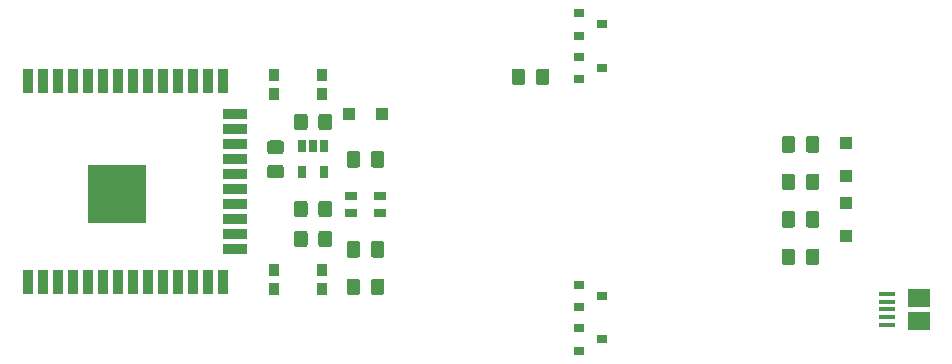
<source format=gbr>
G04 #@! TF.GenerationSoftware,KiCad,Pcbnew,(5.1.5-0-10_14)*
G04 #@! TF.CreationDate,2020-04-02T23:07:03-05:00*
G04 #@! TF.ProjectId,kbxIrBlaster,6b627849-7242-46c6-9173-7465722e6b69,rev?*
G04 #@! TF.SameCoordinates,Original*
G04 #@! TF.FileFunction,Paste,Top*
G04 #@! TF.FilePolarity,Positive*
%FSLAX46Y46*%
G04 Gerber Fmt 4.6, Leading zero omitted, Abs format (unit mm)*
G04 Created by KiCad (PCBNEW (5.1.5-0-10_14)) date 2020-04-02 23:07:03*
%MOMM*%
%LPD*%
G04 APERTURE LIST*
%ADD10R,0.900000X2.000000*%
%ADD11R,2.000000X0.900000*%
%ADD12R,5.000000X5.000000*%
%ADD13R,0.900000X0.800000*%
%ADD14R,1.000000X0.800000*%
%ADD15C,0.100000*%
%ADD16R,0.650000X1.060000*%
%ADD17R,0.900000X1.000000*%
%ADD18R,1.900000X1.500000*%
%ADD19R,1.350000X0.400000*%
%ADD20R,1.100000X1.100000*%
G04 APERTURE END LIST*
D10*
X121285000Y-72145000D03*
X122555000Y-72145000D03*
X123825000Y-72145000D03*
X125095000Y-72145000D03*
X126365000Y-72145000D03*
X127635000Y-72145000D03*
X128905000Y-72145000D03*
X130175000Y-72145000D03*
X131445000Y-72145000D03*
X132715000Y-72145000D03*
X133985000Y-72145000D03*
X135255000Y-72145000D03*
X136525000Y-72145000D03*
X137795000Y-72145000D03*
D11*
X138795000Y-74930000D03*
X138795000Y-76200000D03*
X138795000Y-77470000D03*
X138795000Y-78740000D03*
X138795000Y-80010000D03*
X138795000Y-81280000D03*
X138795000Y-82550000D03*
X138795000Y-83820000D03*
X138795000Y-85090000D03*
X138795000Y-86360000D03*
D10*
X137795000Y-89145000D03*
X136525000Y-89145000D03*
X135255000Y-89145000D03*
X133985000Y-89145000D03*
X132715000Y-89145000D03*
X131445000Y-89145000D03*
X130175000Y-89145000D03*
X128905000Y-89145000D03*
X127635000Y-89145000D03*
X126365000Y-89145000D03*
X125095000Y-89145000D03*
X123825000Y-89145000D03*
X122555000Y-89145000D03*
X121285000Y-89145000D03*
D12*
X128785000Y-81645000D03*
D13*
X169910000Y-70993000D03*
X167910000Y-71943000D03*
X167910000Y-70043000D03*
D14*
X148610000Y-81850000D03*
X151110000Y-81850000D03*
X151110000Y-83250000D03*
X148610000Y-83250000D03*
D13*
X169910000Y-90297000D03*
X167910000Y-91247000D03*
X167910000Y-89347000D03*
D15*
G36*
X186014505Y-76771204D02*
G01*
X186038773Y-76774804D01*
X186062572Y-76780765D01*
X186085671Y-76789030D01*
X186107850Y-76799520D01*
X186128893Y-76812132D01*
X186148599Y-76826747D01*
X186166777Y-76843223D01*
X186183253Y-76861401D01*
X186197868Y-76881107D01*
X186210480Y-76902150D01*
X186220970Y-76924329D01*
X186229235Y-76947428D01*
X186235196Y-76971227D01*
X186238796Y-76995495D01*
X186240000Y-77019999D01*
X186240000Y-77920001D01*
X186238796Y-77944505D01*
X186235196Y-77968773D01*
X186229235Y-77992572D01*
X186220970Y-78015671D01*
X186210480Y-78037850D01*
X186197868Y-78058893D01*
X186183253Y-78078599D01*
X186166777Y-78096777D01*
X186148599Y-78113253D01*
X186128893Y-78127868D01*
X186107850Y-78140480D01*
X186085671Y-78150970D01*
X186062572Y-78159235D01*
X186038773Y-78165196D01*
X186014505Y-78168796D01*
X185990001Y-78170000D01*
X185339999Y-78170000D01*
X185315495Y-78168796D01*
X185291227Y-78165196D01*
X185267428Y-78159235D01*
X185244329Y-78150970D01*
X185222150Y-78140480D01*
X185201107Y-78127868D01*
X185181401Y-78113253D01*
X185163223Y-78096777D01*
X185146747Y-78078599D01*
X185132132Y-78058893D01*
X185119520Y-78037850D01*
X185109030Y-78015671D01*
X185100765Y-77992572D01*
X185094804Y-77968773D01*
X185091204Y-77944505D01*
X185090000Y-77920001D01*
X185090000Y-77019999D01*
X185091204Y-76995495D01*
X185094804Y-76971227D01*
X185100765Y-76947428D01*
X185109030Y-76924329D01*
X185119520Y-76902150D01*
X185132132Y-76881107D01*
X185146747Y-76861401D01*
X185163223Y-76843223D01*
X185181401Y-76826747D01*
X185201107Y-76812132D01*
X185222150Y-76799520D01*
X185244329Y-76789030D01*
X185267428Y-76780765D01*
X185291227Y-76774804D01*
X185315495Y-76771204D01*
X185339999Y-76770000D01*
X185990001Y-76770000D01*
X186014505Y-76771204D01*
G37*
G36*
X188064505Y-76771204D02*
G01*
X188088773Y-76774804D01*
X188112572Y-76780765D01*
X188135671Y-76789030D01*
X188157850Y-76799520D01*
X188178893Y-76812132D01*
X188198599Y-76826747D01*
X188216777Y-76843223D01*
X188233253Y-76861401D01*
X188247868Y-76881107D01*
X188260480Y-76902150D01*
X188270970Y-76924329D01*
X188279235Y-76947428D01*
X188285196Y-76971227D01*
X188288796Y-76995495D01*
X188290000Y-77019999D01*
X188290000Y-77920001D01*
X188288796Y-77944505D01*
X188285196Y-77968773D01*
X188279235Y-77992572D01*
X188270970Y-78015671D01*
X188260480Y-78037850D01*
X188247868Y-78058893D01*
X188233253Y-78078599D01*
X188216777Y-78096777D01*
X188198599Y-78113253D01*
X188178893Y-78127868D01*
X188157850Y-78140480D01*
X188135671Y-78150970D01*
X188112572Y-78159235D01*
X188088773Y-78165196D01*
X188064505Y-78168796D01*
X188040001Y-78170000D01*
X187389999Y-78170000D01*
X187365495Y-78168796D01*
X187341227Y-78165196D01*
X187317428Y-78159235D01*
X187294329Y-78150970D01*
X187272150Y-78140480D01*
X187251107Y-78127868D01*
X187231401Y-78113253D01*
X187213223Y-78096777D01*
X187196747Y-78078599D01*
X187182132Y-78058893D01*
X187169520Y-78037850D01*
X187159030Y-78015671D01*
X187150765Y-77992572D01*
X187144804Y-77968773D01*
X187141204Y-77944505D01*
X187140000Y-77920001D01*
X187140000Y-77019999D01*
X187141204Y-76995495D01*
X187144804Y-76971227D01*
X187150765Y-76947428D01*
X187159030Y-76924329D01*
X187169520Y-76902150D01*
X187182132Y-76881107D01*
X187196747Y-76861401D01*
X187213223Y-76843223D01*
X187231401Y-76826747D01*
X187251107Y-76812132D01*
X187272150Y-76799520D01*
X187294329Y-76789030D01*
X187317428Y-76780765D01*
X187341227Y-76774804D01*
X187365495Y-76771204D01*
X187389999Y-76770000D01*
X188040001Y-76770000D01*
X188064505Y-76771204D01*
G37*
G36*
X186014505Y-79946204D02*
G01*
X186038773Y-79949804D01*
X186062572Y-79955765D01*
X186085671Y-79964030D01*
X186107850Y-79974520D01*
X186128893Y-79987132D01*
X186148599Y-80001747D01*
X186166777Y-80018223D01*
X186183253Y-80036401D01*
X186197868Y-80056107D01*
X186210480Y-80077150D01*
X186220970Y-80099329D01*
X186229235Y-80122428D01*
X186235196Y-80146227D01*
X186238796Y-80170495D01*
X186240000Y-80194999D01*
X186240000Y-81095001D01*
X186238796Y-81119505D01*
X186235196Y-81143773D01*
X186229235Y-81167572D01*
X186220970Y-81190671D01*
X186210480Y-81212850D01*
X186197868Y-81233893D01*
X186183253Y-81253599D01*
X186166777Y-81271777D01*
X186148599Y-81288253D01*
X186128893Y-81302868D01*
X186107850Y-81315480D01*
X186085671Y-81325970D01*
X186062572Y-81334235D01*
X186038773Y-81340196D01*
X186014505Y-81343796D01*
X185990001Y-81345000D01*
X185339999Y-81345000D01*
X185315495Y-81343796D01*
X185291227Y-81340196D01*
X185267428Y-81334235D01*
X185244329Y-81325970D01*
X185222150Y-81315480D01*
X185201107Y-81302868D01*
X185181401Y-81288253D01*
X185163223Y-81271777D01*
X185146747Y-81253599D01*
X185132132Y-81233893D01*
X185119520Y-81212850D01*
X185109030Y-81190671D01*
X185100765Y-81167572D01*
X185094804Y-81143773D01*
X185091204Y-81119505D01*
X185090000Y-81095001D01*
X185090000Y-80194999D01*
X185091204Y-80170495D01*
X185094804Y-80146227D01*
X185100765Y-80122428D01*
X185109030Y-80099329D01*
X185119520Y-80077150D01*
X185132132Y-80056107D01*
X185146747Y-80036401D01*
X185163223Y-80018223D01*
X185181401Y-80001747D01*
X185201107Y-79987132D01*
X185222150Y-79974520D01*
X185244329Y-79964030D01*
X185267428Y-79955765D01*
X185291227Y-79949804D01*
X185315495Y-79946204D01*
X185339999Y-79945000D01*
X185990001Y-79945000D01*
X186014505Y-79946204D01*
G37*
G36*
X188064505Y-79946204D02*
G01*
X188088773Y-79949804D01*
X188112572Y-79955765D01*
X188135671Y-79964030D01*
X188157850Y-79974520D01*
X188178893Y-79987132D01*
X188198599Y-80001747D01*
X188216777Y-80018223D01*
X188233253Y-80036401D01*
X188247868Y-80056107D01*
X188260480Y-80077150D01*
X188270970Y-80099329D01*
X188279235Y-80122428D01*
X188285196Y-80146227D01*
X188288796Y-80170495D01*
X188290000Y-80194999D01*
X188290000Y-81095001D01*
X188288796Y-81119505D01*
X188285196Y-81143773D01*
X188279235Y-81167572D01*
X188270970Y-81190671D01*
X188260480Y-81212850D01*
X188247868Y-81233893D01*
X188233253Y-81253599D01*
X188216777Y-81271777D01*
X188198599Y-81288253D01*
X188178893Y-81302868D01*
X188157850Y-81315480D01*
X188135671Y-81325970D01*
X188112572Y-81334235D01*
X188088773Y-81340196D01*
X188064505Y-81343796D01*
X188040001Y-81345000D01*
X187389999Y-81345000D01*
X187365495Y-81343796D01*
X187341227Y-81340196D01*
X187317428Y-81334235D01*
X187294329Y-81325970D01*
X187272150Y-81315480D01*
X187251107Y-81302868D01*
X187231401Y-81288253D01*
X187213223Y-81271777D01*
X187196747Y-81253599D01*
X187182132Y-81233893D01*
X187169520Y-81212850D01*
X187159030Y-81190671D01*
X187150765Y-81167572D01*
X187144804Y-81143773D01*
X187141204Y-81119505D01*
X187140000Y-81095001D01*
X187140000Y-80194999D01*
X187141204Y-80170495D01*
X187144804Y-80146227D01*
X187150765Y-80122428D01*
X187159030Y-80099329D01*
X187169520Y-80077150D01*
X187182132Y-80056107D01*
X187196747Y-80036401D01*
X187213223Y-80018223D01*
X187231401Y-80001747D01*
X187251107Y-79987132D01*
X187272150Y-79974520D01*
X187294329Y-79964030D01*
X187317428Y-79955765D01*
X187341227Y-79949804D01*
X187365495Y-79946204D01*
X187389999Y-79945000D01*
X188040001Y-79945000D01*
X188064505Y-79946204D01*
G37*
D13*
X169910000Y-67310000D03*
X167910000Y-68260000D03*
X167910000Y-66360000D03*
D16*
X146365000Y-79840000D03*
X144465000Y-79840000D03*
X144465000Y-77640000D03*
X145415000Y-77640000D03*
X146365000Y-77640000D03*
D17*
X146195000Y-73190000D03*
X146195000Y-71590000D03*
X142095000Y-73190000D03*
X142095000Y-71590000D03*
X142095000Y-88100000D03*
X142095000Y-89700000D03*
X146195000Y-88100000D03*
X146195000Y-89700000D03*
D15*
G36*
X149184505Y-88836204D02*
G01*
X149208773Y-88839804D01*
X149232572Y-88845765D01*
X149255671Y-88854030D01*
X149277850Y-88864520D01*
X149298893Y-88877132D01*
X149318599Y-88891747D01*
X149336777Y-88908223D01*
X149353253Y-88926401D01*
X149367868Y-88946107D01*
X149380480Y-88967150D01*
X149390970Y-88989329D01*
X149399235Y-89012428D01*
X149405196Y-89036227D01*
X149408796Y-89060495D01*
X149410000Y-89084999D01*
X149410000Y-89985001D01*
X149408796Y-90009505D01*
X149405196Y-90033773D01*
X149399235Y-90057572D01*
X149390970Y-90080671D01*
X149380480Y-90102850D01*
X149367868Y-90123893D01*
X149353253Y-90143599D01*
X149336777Y-90161777D01*
X149318599Y-90178253D01*
X149298893Y-90192868D01*
X149277850Y-90205480D01*
X149255671Y-90215970D01*
X149232572Y-90224235D01*
X149208773Y-90230196D01*
X149184505Y-90233796D01*
X149160001Y-90235000D01*
X148509999Y-90235000D01*
X148485495Y-90233796D01*
X148461227Y-90230196D01*
X148437428Y-90224235D01*
X148414329Y-90215970D01*
X148392150Y-90205480D01*
X148371107Y-90192868D01*
X148351401Y-90178253D01*
X148333223Y-90161777D01*
X148316747Y-90143599D01*
X148302132Y-90123893D01*
X148289520Y-90102850D01*
X148279030Y-90080671D01*
X148270765Y-90057572D01*
X148264804Y-90033773D01*
X148261204Y-90009505D01*
X148260000Y-89985001D01*
X148260000Y-89084999D01*
X148261204Y-89060495D01*
X148264804Y-89036227D01*
X148270765Y-89012428D01*
X148279030Y-88989329D01*
X148289520Y-88967150D01*
X148302132Y-88946107D01*
X148316747Y-88926401D01*
X148333223Y-88908223D01*
X148351401Y-88891747D01*
X148371107Y-88877132D01*
X148392150Y-88864520D01*
X148414329Y-88854030D01*
X148437428Y-88845765D01*
X148461227Y-88839804D01*
X148485495Y-88836204D01*
X148509999Y-88835000D01*
X149160001Y-88835000D01*
X149184505Y-88836204D01*
G37*
G36*
X151234505Y-88836204D02*
G01*
X151258773Y-88839804D01*
X151282572Y-88845765D01*
X151305671Y-88854030D01*
X151327850Y-88864520D01*
X151348893Y-88877132D01*
X151368599Y-88891747D01*
X151386777Y-88908223D01*
X151403253Y-88926401D01*
X151417868Y-88946107D01*
X151430480Y-88967150D01*
X151440970Y-88989329D01*
X151449235Y-89012428D01*
X151455196Y-89036227D01*
X151458796Y-89060495D01*
X151460000Y-89084999D01*
X151460000Y-89985001D01*
X151458796Y-90009505D01*
X151455196Y-90033773D01*
X151449235Y-90057572D01*
X151440970Y-90080671D01*
X151430480Y-90102850D01*
X151417868Y-90123893D01*
X151403253Y-90143599D01*
X151386777Y-90161777D01*
X151368599Y-90178253D01*
X151348893Y-90192868D01*
X151327850Y-90205480D01*
X151305671Y-90215970D01*
X151282572Y-90224235D01*
X151258773Y-90230196D01*
X151234505Y-90233796D01*
X151210001Y-90235000D01*
X150559999Y-90235000D01*
X150535495Y-90233796D01*
X150511227Y-90230196D01*
X150487428Y-90224235D01*
X150464329Y-90215970D01*
X150442150Y-90205480D01*
X150421107Y-90192868D01*
X150401401Y-90178253D01*
X150383223Y-90161777D01*
X150366747Y-90143599D01*
X150352132Y-90123893D01*
X150339520Y-90102850D01*
X150329030Y-90080671D01*
X150320765Y-90057572D01*
X150314804Y-90033773D01*
X150311204Y-90009505D01*
X150310000Y-89985001D01*
X150310000Y-89084999D01*
X150311204Y-89060495D01*
X150314804Y-89036227D01*
X150320765Y-89012428D01*
X150329030Y-88989329D01*
X150339520Y-88967150D01*
X150352132Y-88946107D01*
X150366747Y-88926401D01*
X150383223Y-88908223D01*
X150401401Y-88891747D01*
X150421107Y-88877132D01*
X150442150Y-88864520D01*
X150464329Y-88854030D01*
X150487428Y-88845765D01*
X150511227Y-88839804D01*
X150535495Y-88836204D01*
X150559999Y-88835000D01*
X151210001Y-88835000D01*
X151234505Y-88836204D01*
G37*
G36*
X146789505Y-82232204D02*
G01*
X146813773Y-82235804D01*
X146837572Y-82241765D01*
X146860671Y-82250030D01*
X146882850Y-82260520D01*
X146903893Y-82273132D01*
X146923599Y-82287747D01*
X146941777Y-82304223D01*
X146958253Y-82322401D01*
X146972868Y-82342107D01*
X146985480Y-82363150D01*
X146995970Y-82385329D01*
X147004235Y-82408428D01*
X147010196Y-82432227D01*
X147013796Y-82456495D01*
X147015000Y-82480999D01*
X147015000Y-83381001D01*
X147013796Y-83405505D01*
X147010196Y-83429773D01*
X147004235Y-83453572D01*
X146995970Y-83476671D01*
X146985480Y-83498850D01*
X146972868Y-83519893D01*
X146958253Y-83539599D01*
X146941777Y-83557777D01*
X146923599Y-83574253D01*
X146903893Y-83588868D01*
X146882850Y-83601480D01*
X146860671Y-83611970D01*
X146837572Y-83620235D01*
X146813773Y-83626196D01*
X146789505Y-83629796D01*
X146765001Y-83631000D01*
X146114999Y-83631000D01*
X146090495Y-83629796D01*
X146066227Y-83626196D01*
X146042428Y-83620235D01*
X146019329Y-83611970D01*
X145997150Y-83601480D01*
X145976107Y-83588868D01*
X145956401Y-83574253D01*
X145938223Y-83557777D01*
X145921747Y-83539599D01*
X145907132Y-83519893D01*
X145894520Y-83498850D01*
X145884030Y-83476671D01*
X145875765Y-83453572D01*
X145869804Y-83429773D01*
X145866204Y-83405505D01*
X145865000Y-83381001D01*
X145865000Y-82480999D01*
X145866204Y-82456495D01*
X145869804Y-82432227D01*
X145875765Y-82408428D01*
X145884030Y-82385329D01*
X145894520Y-82363150D01*
X145907132Y-82342107D01*
X145921747Y-82322401D01*
X145938223Y-82304223D01*
X145956401Y-82287747D01*
X145976107Y-82273132D01*
X145997150Y-82260520D01*
X146019329Y-82250030D01*
X146042428Y-82241765D01*
X146066227Y-82235804D01*
X146090495Y-82232204D01*
X146114999Y-82231000D01*
X146765001Y-82231000D01*
X146789505Y-82232204D01*
G37*
G36*
X144739505Y-82232204D02*
G01*
X144763773Y-82235804D01*
X144787572Y-82241765D01*
X144810671Y-82250030D01*
X144832850Y-82260520D01*
X144853893Y-82273132D01*
X144873599Y-82287747D01*
X144891777Y-82304223D01*
X144908253Y-82322401D01*
X144922868Y-82342107D01*
X144935480Y-82363150D01*
X144945970Y-82385329D01*
X144954235Y-82408428D01*
X144960196Y-82432227D01*
X144963796Y-82456495D01*
X144965000Y-82480999D01*
X144965000Y-83381001D01*
X144963796Y-83405505D01*
X144960196Y-83429773D01*
X144954235Y-83453572D01*
X144945970Y-83476671D01*
X144935480Y-83498850D01*
X144922868Y-83519893D01*
X144908253Y-83539599D01*
X144891777Y-83557777D01*
X144873599Y-83574253D01*
X144853893Y-83588868D01*
X144832850Y-83601480D01*
X144810671Y-83611970D01*
X144787572Y-83620235D01*
X144763773Y-83626196D01*
X144739505Y-83629796D01*
X144715001Y-83631000D01*
X144064999Y-83631000D01*
X144040495Y-83629796D01*
X144016227Y-83626196D01*
X143992428Y-83620235D01*
X143969329Y-83611970D01*
X143947150Y-83601480D01*
X143926107Y-83588868D01*
X143906401Y-83574253D01*
X143888223Y-83557777D01*
X143871747Y-83539599D01*
X143857132Y-83519893D01*
X143844520Y-83498850D01*
X143834030Y-83476671D01*
X143825765Y-83453572D01*
X143819804Y-83429773D01*
X143816204Y-83405505D01*
X143815000Y-83381001D01*
X143815000Y-82480999D01*
X143816204Y-82456495D01*
X143819804Y-82432227D01*
X143825765Y-82408428D01*
X143834030Y-82385329D01*
X143844520Y-82363150D01*
X143857132Y-82342107D01*
X143871747Y-82322401D01*
X143888223Y-82304223D01*
X143906401Y-82287747D01*
X143926107Y-82273132D01*
X143947150Y-82260520D01*
X143969329Y-82250030D01*
X143992428Y-82241765D01*
X144016227Y-82235804D01*
X144040495Y-82232204D01*
X144064999Y-82231000D01*
X144715001Y-82231000D01*
X144739505Y-82232204D01*
G37*
G36*
X146789505Y-84772204D02*
G01*
X146813773Y-84775804D01*
X146837572Y-84781765D01*
X146860671Y-84790030D01*
X146882850Y-84800520D01*
X146903893Y-84813132D01*
X146923599Y-84827747D01*
X146941777Y-84844223D01*
X146958253Y-84862401D01*
X146972868Y-84882107D01*
X146985480Y-84903150D01*
X146995970Y-84925329D01*
X147004235Y-84948428D01*
X147010196Y-84972227D01*
X147013796Y-84996495D01*
X147015000Y-85020999D01*
X147015000Y-85921001D01*
X147013796Y-85945505D01*
X147010196Y-85969773D01*
X147004235Y-85993572D01*
X146995970Y-86016671D01*
X146985480Y-86038850D01*
X146972868Y-86059893D01*
X146958253Y-86079599D01*
X146941777Y-86097777D01*
X146923599Y-86114253D01*
X146903893Y-86128868D01*
X146882850Y-86141480D01*
X146860671Y-86151970D01*
X146837572Y-86160235D01*
X146813773Y-86166196D01*
X146789505Y-86169796D01*
X146765001Y-86171000D01*
X146114999Y-86171000D01*
X146090495Y-86169796D01*
X146066227Y-86166196D01*
X146042428Y-86160235D01*
X146019329Y-86151970D01*
X145997150Y-86141480D01*
X145976107Y-86128868D01*
X145956401Y-86114253D01*
X145938223Y-86097777D01*
X145921747Y-86079599D01*
X145907132Y-86059893D01*
X145894520Y-86038850D01*
X145884030Y-86016671D01*
X145875765Y-85993572D01*
X145869804Y-85969773D01*
X145866204Y-85945505D01*
X145865000Y-85921001D01*
X145865000Y-85020999D01*
X145866204Y-84996495D01*
X145869804Y-84972227D01*
X145875765Y-84948428D01*
X145884030Y-84925329D01*
X145894520Y-84903150D01*
X145907132Y-84882107D01*
X145921747Y-84862401D01*
X145938223Y-84844223D01*
X145956401Y-84827747D01*
X145976107Y-84813132D01*
X145997150Y-84800520D01*
X146019329Y-84790030D01*
X146042428Y-84781765D01*
X146066227Y-84775804D01*
X146090495Y-84772204D01*
X146114999Y-84771000D01*
X146765001Y-84771000D01*
X146789505Y-84772204D01*
G37*
G36*
X144739505Y-84772204D02*
G01*
X144763773Y-84775804D01*
X144787572Y-84781765D01*
X144810671Y-84790030D01*
X144832850Y-84800520D01*
X144853893Y-84813132D01*
X144873599Y-84827747D01*
X144891777Y-84844223D01*
X144908253Y-84862401D01*
X144922868Y-84882107D01*
X144935480Y-84903150D01*
X144945970Y-84925329D01*
X144954235Y-84948428D01*
X144960196Y-84972227D01*
X144963796Y-84996495D01*
X144965000Y-85020999D01*
X144965000Y-85921001D01*
X144963796Y-85945505D01*
X144960196Y-85969773D01*
X144954235Y-85993572D01*
X144945970Y-86016671D01*
X144935480Y-86038850D01*
X144922868Y-86059893D01*
X144908253Y-86079599D01*
X144891777Y-86097777D01*
X144873599Y-86114253D01*
X144853893Y-86128868D01*
X144832850Y-86141480D01*
X144810671Y-86151970D01*
X144787572Y-86160235D01*
X144763773Y-86166196D01*
X144739505Y-86169796D01*
X144715001Y-86171000D01*
X144064999Y-86171000D01*
X144040495Y-86169796D01*
X144016227Y-86166196D01*
X143992428Y-86160235D01*
X143969329Y-86151970D01*
X143947150Y-86141480D01*
X143926107Y-86128868D01*
X143906401Y-86114253D01*
X143888223Y-86097777D01*
X143871747Y-86079599D01*
X143857132Y-86059893D01*
X143844520Y-86038850D01*
X143834030Y-86016671D01*
X143825765Y-85993572D01*
X143819804Y-85969773D01*
X143816204Y-85945505D01*
X143815000Y-85921001D01*
X143815000Y-85020999D01*
X143816204Y-84996495D01*
X143819804Y-84972227D01*
X143825765Y-84948428D01*
X143834030Y-84925329D01*
X143844520Y-84903150D01*
X143857132Y-84882107D01*
X143871747Y-84862401D01*
X143888223Y-84844223D01*
X143906401Y-84827747D01*
X143926107Y-84813132D01*
X143947150Y-84800520D01*
X143969329Y-84790030D01*
X143992428Y-84781765D01*
X144016227Y-84775804D01*
X144040495Y-84772204D01*
X144064999Y-84771000D01*
X144715001Y-84771000D01*
X144739505Y-84772204D01*
G37*
G36*
X186014505Y-83121204D02*
G01*
X186038773Y-83124804D01*
X186062572Y-83130765D01*
X186085671Y-83139030D01*
X186107850Y-83149520D01*
X186128893Y-83162132D01*
X186148599Y-83176747D01*
X186166777Y-83193223D01*
X186183253Y-83211401D01*
X186197868Y-83231107D01*
X186210480Y-83252150D01*
X186220970Y-83274329D01*
X186229235Y-83297428D01*
X186235196Y-83321227D01*
X186238796Y-83345495D01*
X186240000Y-83369999D01*
X186240000Y-84270001D01*
X186238796Y-84294505D01*
X186235196Y-84318773D01*
X186229235Y-84342572D01*
X186220970Y-84365671D01*
X186210480Y-84387850D01*
X186197868Y-84408893D01*
X186183253Y-84428599D01*
X186166777Y-84446777D01*
X186148599Y-84463253D01*
X186128893Y-84477868D01*
X186107850Y-84490480D01*
X186085671Y-84500970D01*
X186062572Y-84509235D01*
X186038773Y-84515196D01*
X186014505Y-84518796D01*
X185990001Y-84520000D01*
X185339999Y-84520000D01*
X185315495Y-84518796D01*
X185291227Y-84515196D01*
X185267428Y-84509235D01*
X185244329Y-84500970D01*
X185222150Y-84490480D01*
X185201107Y-84477868D01*
X185181401Y-84463253D01*
X185163223Y-84446777D01*
X185146747Y-84428599D01*
X185132132Y-84408893D01*
X185119520Y-84387850D01*
X185109030Y-84365671D01*
X185100765Y-84342572D01*
X185094804Y-84318773D01*
X185091204Y-84294505D01*
X185090000Y-84270001D01*
X185090000Y-83369999D01*
X185091204Y-83345495D01*
X185094804Y-83321227D01*
X185100765Y-83297428D01*
X185109030Y-83274329D01*
X185119520Y-83252150D01*
X185132132Y-83231107D01*
X185146747Y-83211401D01*
X185163223Y-83193223D01*
X185181401Y-83176747D01*
X185201107Y-83162132D01*
X185222150Y-83149520D01*
X185244329Y-83139030D01*
X185267428Y-83130765D01*
X185291227Y-83124804D01*
X185315495Y-83121204D01*
X185339999Y-83120000D01*
X185990001Y-83120000D01*
X186014505Y-83121204D01*
G37*
G36*
X188064505Y-83121204D02*
G01*
X188088773Y-83124804D01*
X188112572Y-83130765D01*
X188135671Y-83139030D01*
X188157850Y-83149520D01*
X188178893Y-83162132D01*
X188198599Y-83176747D01*
X188216777Y-83193223D01*
X188233253Y-83211401D01*
X188247868Y-83231107D01*
X188260480Y-83252150D01*
X188270970Y-83274329D01*
X188279235Y-83297428D01*
X188285196Y-83321227D01*
X188288796Y-83345495D01*
X188290000Y-83369999D01*
X188290000Y-84270001D01*
X188288796Y-84294505D01*
X188285196Y-84318773D01*
X188279235Y-84342572D01*
X188270970Y-84365671D01*
X188260480Y-84387850D01*
X188247868Y-84408893D01*
X188233253Y-84428599D01*
X188216777Y-84446777D01*
X188198599Y-84463253D01*
X188178893Y-84477868D01*
X188157850Y-84490480D01*
X188135671Y-84500970D01*
X188112572Y-84509235D01*
X188088773Y-84515196D01*
X188064505Y-84518796D01*
X188040001Y-84520000D01*
X187389999Y-84520000D01*
X187365495Y-84518796D01*
X187341227Y-84515196D01*
X187317428Y-84509235D01*
X187294329Y-84500970D01*
X187272150Y-84490480D01*
X187251107Y-84477868D01*
X187231401Y-84463253D01*
X187213223Y-84446777D01*
X187196747Y-84428599D01*
X187182132Y-84408893D01*
X187169520Y-84387850D01*
X187159030Y-84365671D01*
X187150765Y-84342572D01*
X187144804Y-84318773D01*
X187141204Y-84294505D01*
X187140000Y-84270001D01*
X187140000Y-83369999D01*
X187141204Y-83345495D01*
X187144804Y-83321227D01*
X187150765Y-83297428D01*
X187159030Y-83274329D01*
X187169520Y-83252150D01*
X187182132Y-83231107D01*
X187196747Y-83211401D01*
X187213223Y-83193223D01*
X187231401Y-83176747D01*
X187251107Y-83162132D01*
X187272150Y-83149520D01*
X187294329Y-83139030D01*
X187317428Y-83130765D01*
X187341227Y-83124804D01*
X187365495Y-83121204D01*
X187389999Y-83120000D01*
X188040001Y-83120000D01*
X188064505Y-83121204D01*
G37*
G36*
X186014505Y-86296204D02*
G01*
X186038773Y-86299804D01*
X186062572Y-86305765D01*
X186085671Y-86314030D01*
X186107850Y-86324520D01*
X186128893Y-86337132D01*
X186148599Y-86351747D01*
X186166777Y-86368223D01*
X186183253Y-86386401D01*
X186197868Y-86406107D01*
X186210480Y-86427150D01*
X186220970Y-86449329D01*
X186229235Y-86472428D01*
X186235196Y-86496227D01*
X186238796Y-86520495D01*
X186240000Y-86544999D01*
X186240000Y-87445001D01*
X186238796Y-87469505D01*
X186235196Y-87493773D01*
X186229235Y-87517572D01*
X186220970Y-87540671D01*
X186210480Y-87562850D01*
X186197868Y-87583893D01*
X186183253Y-87603599D01*
X186166777Y-87621777D01*
X186148599Y-87638253D01*
X186128893Y-87652868D01*
X186107850Y-87665480D01*
X186085671Y-87675970D01*
X186062572Y-87684235D01*
X186038773Y-87690196D01*
X186014505Y-87693796D01*
X185990001Y-87695000D01*
X185339999Y-87695000D01*
X185315495Y-87693796D01*
X185291227Y-87690196D01*
X185267428Y-87684235D01*
X185244329Y-87675970D01*
X185222150Y-87665480D01*
X185201107Y-87652868D01*
X185181401Y-87638253D01*
X185163223Y-87621777D01*
X185146747Y-87603599D01*
X185132132Y-87583893D01*
X185119520Y-87562850D01*
X185109030Y-87540671D01*
X185100765Y-87517572D01*
X185094804Y-87493773D01*
X185091204Y-87469505D01*
X185090000Y-87445001D01*
X185090000Y-86544999D01*
X185091204Y-86520495D01*
X185094804Y-86496227D01*
X185100765Y-86472428D01*
X185109030Y-86449329D01*
X185119520Y-86427150D01*
X185132132Y-86406107D01*
X185146747Y-86386401D01*
X185163223Y-86368223D01*
X185181401Y-86351747D01*
X185201107Y-86337132D01*
X185222150Y-86324520D01*
X185244329Y-86314030D01*
X185267428Y-86305765D01*
X185291227Y-86299804D01*
X185315495Y-86296204D01*
X185339999Y-86295000D01*
X185990001Y-86295000D01*
X186014505Y-86296204D01*
G37*
G36*
X188064505Y-86296204D02*
G01*
X188088773Y-86299804D01*
X188112572Y-86305765D01*
X188135671Y-86314030D01*
X188157850Y-86324520D01*
X188178893Y-86337132D01*
X188198599Y-86351747D01*
X188216777Y-86368223D01*
X188233253Y-86386401D01*
X188247868Y-86406107D01*
X188260480Y-86427150D01*
X188270970Y-86449329D01*
X188279235Y-86472428D01*
X188285196Y-86496227D01*
X188288796Y-86520495D01*
X188290000Y-86544999D01*
X188290000Y-87445001D01*
X188288796Y-87469505D01*
X188285196Y-87493773D01*
X188279235Y-87517572D01*
X188270970Y-87540671D01*
X188260480Y-87562850D01*
X188247868Y-87583893D01*
X188233253Y-87603599D01*
X188216777Y-87621777D01*
X188198599Y-87638253D01*
X188178893Y-87652868D01*
X188157850Y-87665480D01*
X188135671Y-87675970D01*
X188112572Y-87684235D01*
X188088773Y-87690196D01*
X188064505Y-87693796D01*
X188040001Y-87695000D01*
X187389999Y-87695000D01*
X187365495Y-87693796D01*
X187341227Y-87690196D01*
X187317428Y-87684235D01*
X187294329Y-87675970D01*
X187272150Y-87665480D01*
X187251107Y-87652868D01*
X187231401Y-87638253D01*
X187213223Y-87621777D01*
X187196747Y-87603599D01*
X187182132Y-87583893D01*
X187169520Y-87562850D01*
X187159030Y-87540671D01*
X187150765Y-87517572D01*
X187144804Y-87493773D01*
X187141204Y-87469505D01*
X187140000Y-87445001D01*
X187140000Y-86544999D01*
X187141204Y-86520495D01*
X187144804Y-86496227D01*
X187150765Y-86472428D01*
X187159030Y-86449329D01*
X187169520Y-86427150D01*
X187182132Y-86406107D01*
X187196747Y-86386401D01*
X187213223Y-86368223D01*
X187231401Y-86351747D01*
X187251107Y-86337132D01*
X187272150Y-86324520D01*
X187294329Y-86314030D01*
X187317428Y-86305765D01*
X187341227Y-86299804D01*
X187365495Y-86296204D01*
X187389999Y-86295000D01*
X188040001Y-86295000D01*
X188064505Y-86296204D01*
G37*
D13*
X169910000Y-93980000D03*
X167910000Y-94930000D03*
X167910000Y-93030000D03*
D18*
X196690500Y-92440000D03*
D19*
X193990500Y-91440000D03*
X193990500Y-90790000D03*
X193990500Y-90140000D03*
X193990500Y-92740000D03*
X193990500Y-92090000D03*
D18*
X196690500Y-90440000D03*
D20*
X190500000Y-85220000D03*
X190500000Y-82420000D03*
X190500000Y-77340000D03*
X190500000Y-80140000D03*
X151260000Y-74930000D03*
X148460000Y-74930000D03*
D15*
G36*
X163154505Y-71056204D02*
G01*
X163178773Y-71059804D01*
X163202572Y-71065765D01*
X163225671Y-71074030D01*
X163247850Y-71084520D01*
X163268893Y-71097132D01*
X163288599Y-71111747D01*
X163306777Y-71128223D01*
X163323253Y-71146401D01*
X163337868Y-71166107D01*
X163350480Y-71187150D01*
X163360970Y-71209329D01*
X163369235Y-71232428D01*
X163375196Y-71256227D01*
X163378796Y-71280495D01*
X163380000Y-71304999D01*
X163380000Y-72205001D01*
X163378796Y-72229505D01*
X163375196Y-72253773D01*
X163369235Y-72277572D01*
X163360970Y-72300671D01*
X163350480Y-72322850D01*
X163337868Y-72343893D01*
X163323253Y-72363599D01*
X163306777Y-72381777D01*
X163288599Y-72398253D01*
X163268893Y-72412868D01*
X163247850Y-72425480D01*
X163225671Y-72435970D01*
X163202572Y-72444235D01*
X163178773Y-72450196D01*
X163154505Y-72453796D01*
X163130001Y-72455000D01*
X162479999Y-72455000D01*
X162455495Y-72453796D01*
X162431227Y-72450196D01*
X162407428Y-72444235D01*
X162384329Y-72435970D01*
X162362150Y-72425480D01*
X162341107Y-72412868D01*
X162321401Y-72398253D01*
X162303223Y-72381777D01*
X162286747Y-72363599D01*
X162272132Y-72343893D01*
X162259520Y-72322850D01*
X162249030Y-72300671D01*
X162240765Y-72277572D01*
X162234804Y-72253773D01*
X162231204Y-72229505D01*
X162230000Y-72205001D01*
X162230000Y-71304999D01*
X162231204Y-71280495D01*
X162234804Y-71256227D01*
X162240765Y-71232428D01*
X162249030Y-71209329D01*
X162259520Y-71187150D01*
X162272132Y-71166107D01*
X162286747Y-71146401D01*
X162303223Y-71128223D01*
X162321401Y-71111747D01*
X162341107Y-71097132D01*
X162362150Y-71084520D01*
X162384329Y-71074030D01*
X162407428Y-71065765D01*
X162431227Y-71059804D01*
X162455495Y-71056204D01*
X162479999Y-71055000D01*
X163130001Y-71055000D01*
X163154505Y-71056204D01*
G37*
G36*
X165204505Y-71056204D02*
G01*
X165228773Y-71059804D01*
X165252572Y-71065765D01*
X165275671Y-71074030D01*
X165297850Y-71084520D01*
X165318893Y-71097132D01*
X165338599Y-71111747D01*
X165356777Y-71128223D01*
X165373253Y-71146401D01*
X165387868Y-71166107D01*
X165400480Y-71187150D01*
X165410970Y-71209329D01*
X165419235Y-71232428D01*
X165425196Y-71256227D01*
X165428796Y-71280495D01*
X165430000Y-71304999D01*
X165430000Y-72205001D01*
X165428796Y-72229505D01*
X165425196Y-72253773D01*
X165419235Y-72277572D01*
X165410970Y-72300671D01*
X165400480Y-72322850D01*
X165387868Y-72343893D01*
X165373253Y-72363599D01*
X165356777Y-72381777D01*
X165338599Y-72398253D01*
X165318893Y-72412868D01*
X165297850Y-72425480D01*
X165275671Y-72435970D01*
X165252572Y-72444235D01*
X165228773Y-72450196D01*
X165204505Y-72453796D01*
X165180001Y-72455000D01*
X164529999Y-72455000D01*
X164505495Y-72453796D01*
X164481227Y-72450196D01*
X164457428Y-72444235D01*
X164434329Y-72435970D01*
X164412150Y-72425480D01*
X164391107Y-72412868D01*
X164371401Y-72398253D01*
X164353223Y-72381777D01*
X164336747Y-72363599D01*
X164322132Y-72343893D01*
X164309520Y-72322850D01*
X164299030Y-72300671D01*
X164290765Y-72277572D01*
X164284804Y-72253773D01*
X164281204Y-72229505D01*
X164280000Y-72205001D01*
X164280000Y-71304999D01*
X164281204Y-71280495D01*
X164284804Y-71256227D01*
X164290765Y-71232428D01*
X164299030Y-71209329D01*
X164309520Y-71187150D01*
X164322132Y-71166107D01*
X164336747Y-71146401D01*
X164353223Y-71128223D01*
X164371401Y-71111747D01*
X164391107Y-71097132D01*
X164412150Y-71084520D01*
X164434329Y-71074030D01*
X164457428Y-71065765D01*
X164481227Y-71059804D01*
X164505495Y-71056204D01*
X164529999Y-71055000D01*
X165180001Y-71055000D01*
X165204505Y-71056204D01*
G37*
G36*
X149184505Y-78041204D02*
G01*
X149208773Y-78044804D01*
X149232572Y-78050765D01*
X149255671Y-78059030D01*
X149277850Y-78069520D01*
X149298893Y-78082132D01*
X149318599Y-78096747D01*
X149336777Y-78113223D01*
X149353253Y-78131401D01*
X149367868Y-78151107D01*
X149380480Y-78172150D01*
X149390970Y-78194329D01*
X149399235Y-78217428D01*
X149405196Y-78241227D01*
X149408796Y-78265495D01*
X149410000Y-78289999D01*
X149410000Y-79190001D01*
X149408796Y-79214505D01*
X149405196Y-79238773D01*
X149399235Y-79262572D01*
X149390970Y-79285671D01*
X149380480Y-79307850D01*
X149367868Y-79328893D01*
X149353253Y-79348599D01*
X149336777Y-79366777D01*
X149318599Y-79383253D01*
X149298893Y-79397868D01*
X149277850Y-79410480D01*
X149255671Y-79420970D01*
X149232572Y-79429235D01*
X149208773Y-79435196D01*
X149184505Y-79438796D01*
X149160001Y-79440000D01*
X148509999Y-79440000D01*
X148485495Y-79438796D01*
X148461227Y-79435196D01*
X148437428Y-79429235D01*
X148414329Y-79420970D01*
X148392150Y-79410480D01*
X148371107Y-79397868D01*
X148351401Y-79383253D01*
X148333223Y-79366777D01*
X148316747Y-79348599D01*
X148302132Y-79328893D01*
X148289520Y-79307850D01*
X148279030Y-79285671D01*
X148270765Y-79262572D01*
X148264804Y-79238773D01*
X148261204Y-79214505D01*
X148260000Y-79190001D01*
X148260000Y-78289999D01*
X148261204Y-78265495D01*
X148264804Y-78241227D01*
X148270765Y-78217428D01*
X148279030Y-78194329D01*
X148289520Y-78172150D01*
X148302132Y-78151107D01*
X148316747Y-78131401D01*
X148333223Y-78113223D01*
X148351401Y-78096747D01*
X148371107Y-78082132D01*
X148392150Y-78069520D01*
X148414329Y-78059030D01*
X148437428Y-78050765D01*
X148461227Y-78044804D01*
X148485495Y-78041204D01*
X148509999Y-78040000D01*
X149160001Y-78040000D01*
X149184505Y-78041204D01*
G37*
G36*
X151234505Y-78041204D02*
G01*
X151258773Y-78044804D01*
X151282572Y-78050765D01*
X151305671Y-78059030D01*
X151327850Y-78069520D01*
X151348893Y-78082132D01*
X151368599Y-78096747D01*
X151386777Y-78113223D01*
X151403253Y-78131401D01*
X151417868Y-78151107D01*
X151430480Y-78172150D01*
X151440970Y-78194329D01*
X151449235Y-78217428D01*
X151455196Y-78241227D01*
X151458796Y-78265495D01*
X151460000Y-78289999D01*
X151460000Y-79190001D01*
X151458796Y-79214505D01*
X151455196Y-79238773D01*
X151449235Y-79262572D01*
X151440970Y-79285671D01*
X151430480Y-79307850D01*
X151417868Y-79328893D01*
X151403253Y-79348599D01*
X151386777Y-79366777D01*
X151368599Y-79383253D01*
X151348893Y-79397868D01*
X151327850Y-79410480D01*
X151305671Y-79420970D01*
X151282572Y-79429235D01*
X151258773Y-79435196D01*
X151234505Y-79438796D01*
X151210001Y-79440000D01*
X150559999Y-79440000D01*
X150535495Y-79438796D01*
X150511227Y-79435196D01*
X150487428Y-79429235D01*
X150464329Y-79420970D01*
X150442150Y-79410480D01*
X150421107Y-79397868D01*
X150401401Y-79383253D01*
X150383223Y-79366777D01*
X150366747Y-79348599D01*
X150352132Y-79328893D01*
X150339520Y-79307850D01*
X150329030Y-79285671D01*
X150320765Y-79262572D01*
X150314804Y-79238773D01*
X150311204Y-79214505D01*
X150310000Y-79190001D01*
X150310000Y-78289999D01*
X150311204Y-78265495D01*
X150314804Y-78241227D01*
X150320765Y-78217428D01*
X150329030Y-78194329D01*
X150339520Y-78172150D01*
X150352132Y-78151107D01*
X150366747Y-78131401D01*
X150383223Y-78113223D01*
X150401401Y-78096747D01*
X150421107Y-78082132D01*
X150442150Y-78069520D01*
X150464329Y-78059030D01*
X150487428Y-78050765D01*
X150511227Y-78044804D01*
X150535495Y-78041204D01*
X150559999Y-78040000D01*
X151210001Y-78040000D01*
X151234505Y-78041204D01*
G37*
G36*
X142714505Y-77141204D02*
G01*
X142738773Y-77144804D01*
X142762572Y-77150765D01*
X142785671Y-77159030D01*
X142807850Y-77169520D01*
X142828893Y-77182132D01*
X142848599Y-77196747D01*
X142866777Y-77213223D01*
X142883253Y-77231401D01*
X142897868Y-77251107D01*
X142910480Y-77272150D01*
X142920970Y-77294329D01*
X142929235Y-77317428D01*
X142935196Y-77341227D01*
X142938796Y-77365495D01*
X142940000Y-77389999D01*
X142940000Y-78040001D01*
X142938796Y-78064505D01*
X142935196Y-78088773D01*
X142929235Y-78112572D01*
X142920970Y-78135671D01*
X142910480Y-78157850D01*
X142897868Y-78178893D01*
X142883253Y-78198599D01*
X142866777Y-78216777D01*
X142848599Y-78233253D01*
X142828893Y-78247868D01*
X142807850Y-78260480D01*
X142785671Y-78270970D01*
X142762572Y-78279235D01*
X142738773Y-78285196D01*
X142714505Y-78288796D01*
X142690001Y-78290000D01*
X141789999Y-78290000D01*
X141765495Y-78288796D01*
X141741227Y-78285196D01*
X141717428Y-78279235D01*
X141694329Y-78270970D01*
X141672150Y-78260480D01*
X141651107Y-78247868D01*
X141631401Y-78233253D01*
X141613223Y-78216777D01*
X141596747Y-78198599D01*
X141582132Y-78178893D01*
X141569520Y-78157850D01*
X141559030Y-78135671D01*
X141550765Y-78112572D01*
X141544804Y-78088773D01*
X141541204Y-78064505D01*
X141540000Y-78040001D01*
X141540000Y-77389999D01*
X141541204Y-77365495D01*
X141544804Y-77341227D01*
X141550765Y-77317428D01*
X141559030Y-77294329D01*
X141569520Y-77272150D01*
X141582132Y-77251107D01*
X141596747Y-77231401D01*
X141613223Y-77213223D01*
X141631401Y-77196747D01*
X141651107Y-77182132D01*
X141672150Y-77169520D01*
X141694329Y-77159030D01*
X141717428Y-77150765D01*
X141741227Y-77144804D01*
X141765495Y-77141204D01*
X141789999Y-77140000D01*
X142690001Y-77140000D01*
X142714505Y-77141204D01*
G37*
G36*
X142714505Y-79191204D02*
G01*
X142738773Y-79194804D01*
X142762572Y-79200765D01*
X142785671Y-79209030D01*
X142807850Y-79219520D01*
X142828893Y-79232132D01*
X142848599Y-79246747D01*
X142866777Y-79263223D01*
X142883253Y-79281401D01*
X142897868Y-79301107D01*
X142910480Y-79322150D01*
X142920970Y-79344329D01*
X142929235Y-79367428D01*
X142935196Y-79391227D01*
X142938796Y-79415495D01*
X142940000Y-79439999D01*
X142940000Y-80090001D01*
X142938796Y-80114505D01*
X142935196Y-80138773D01*
X142929235Y-80162572D01*
X142920970Y-80185671D01*
X142910480Y-80207850D01*
X142897868Y-80228893D01*
X142883253Y-80248599D01*
X142866777Y-80266777D01*
X142848599Y-80283253D01*
X142828893Y-80297868D01*
X142807850Y-80310480D01*
X142785671Y-80320970D01*
X142762572Y-80329235D01*
X142738773Y-80335196D01*
X142714505Y-80338796D01*
X142690001Y-80340000D01*
X141789999Y-80340000D01*
X141765495Y-80338796D01*
X141741227Y-80335196D01*
X141717428Y-80329235D01*
X141694329Y-80320970D01*
X141672150Y-80310480D01*
X141651107Y-80297868D01*
X141631401Y-80283253D01*
X141613223Y-80266777D01*
X141596747Y-80248599D01*
X141582132Y-80228893D01*
X141569520Y-80207850D01*
X141559030Y-80185671D01*
X141550765Y-80162572D01*
X141544804Y-80138773D01*
X141541204Y-80114505D01*
X141540000Y-80090001D01*
X141540000Y-79439999D01*
X141541204Y-79415495D01*
X141544804Y-79391227D01*
X141550765Y-79367428D01*
X141559030Y-79344329D01*
X141569520Y-79322150D01*
X141582132Y-79301107D01*
X141596747Y-79281401D01*
X141613223Y-79263223D01*
X141631401Y-79246747D01*
X141651107Y-79232132D01*
X141672150Y-79219520D01*
X141694329Y-79209030D01*
X141717428Y-79200765D01*
X141741227Y-79194804D01*
X141765495Y-79191204D01*
X141789999Y-79190000D01*
X142690001Y-79190000D01*
X142714505Y-79191204D01*
G37*
G36*
X146789505Y-74866204D02*
G01*
X146813773Y-74869804D01*
X146837572Y-74875765D01*
X146860671Y-74884030D01*
X146882850Y-74894520D01*
X146903893Y-74907132D01*
X146923599Y-74921747D01*
X146941777Y-74938223D01*
X146958253Y-74956401D01*
X146972868Y-74976107D01*
X146985480Y-74997150D01*
X146995970Y-75019329D01*
X147004235Y-75042428D01*
X147010196Y-75066227D01*
X147013796Y-75090495D01*
X147015000Y-75114999D01*
X147015000Y-76015001D01*
X147013796Y-76039505D01*
X147010196Y-76063773D01*
X147004235Y-76087572D01*
X146995970Y-76110671D01*
X146985480Y-76132850D01*
X146972868Y-76153893D01*
X146958253Y-76173599D01*
X146941777Y-76191777D01*
X146923599Y-76208253D01*
X146903893Y-76222868D01*
X146882850Y-76235480D01*
X146860671Y-76245970D01*
X146837572Y-76254235D01*
X146813773Y-76260196D01*
X146789505Y-76263796D01*
X146765001Y-76265000D01*
X146114999Y-76265000D01*
X146090495Y-76263796D01*
X146066227Y-76260196D01*
X146042428Y-76254235D01*
X146019329Y-76245970D01*
X145997150Y-76235480D01*
X145976107Y-76222868D01*
X145956401Y-76208253D01*
X145938223Y-76191777D01*
X145921747Y-76173599D01*
X145907132Y-76153893D01*
X145894520Y-76132850D01*
X145884030Y-76110671D01*
X145875765Y-76087572D01*
X145869804Y-76063773D01*
X145866204Y-76039505D01*
X145865000Y-76015001D01*
X145865000Y-75114999D01*
X145866204Y-75090495D01*
X145869804Y-75066227D01*
X145875765Y-75042428D01*
X145884030Y-75019329D01*
X145894520Y-74997150D01*
X145907132Y-74976107D01*
X145921747Y-74956401D01*
X145938223Y-74938223D01*
X145956401Y-74921747D01*
X145976107Y-74907132D01*
X145997150Y-74894520D01*
X146019329Y-74884030D01*
X146042428Y-74875765D01*
X146066227Y-74869804D01*
X146090495Y-74866204D01*
X146114999Y-74865000D01*
X146765001Y-74865000D01*
X146789505Y-74866204D01*
G37*
G36*
X144739505Y-74866204D02*
G01*
X144763773Y-74869804D01*
X144787572Y-74875765D01*
X144810671Y-74884030D01*
X144832850Y-74894520D01*
X144853893Y-74907132D01*
X144873599Y-74921747D01*
X144891777Y-74938223D01*
X144908253Y-74956401D01*
X144922868Y-74976107D01*
X144935480Y-74997150D01*
X144945970Y-75019329D01*
X144954235Y-75042428D01*
X144960196Y-75066227D01*
X144963796Y-75090495D01*
X144965000Y-75114999D01*
X144965000Y-76015001D01*
X144963796Y-76039505D01*
X144960196Y-76063773D01*
X144954235Y-76087572D01*
X144945970Y-76110671D01*
X144935480Y-76132850D01*
X144922868Y-76153893D01*
X144908253Y-76173599D01*
X144891777Y-76191777D01*
X144873599Y-76208253D01*
X144853893Y-76222868D01*
X144832850Y-76235480D01*
X144810671Y-76245970D01*
X144787572Y-76254235D01*
X144763773Y-76260196D01*
X144739505Y-76263796D01*
X144715001Y-76265000D01*
X144064999Y-76265000D01*
X144040495Y-76263796D01*
X144016227Y-76260196D01*
X143992428Y-76254235D01*
X143969329Y-76245970D01*
X143947150Y-76235480D01*
X143926107Y-76222868D01*
X143906401Y-76208253D01*
X143888223Y-76191777D01*
X143871747Y-76173599D01*
X143857132Y-76153893D01*
X143844520Y-76132850D01*
X143834030Y-76110671D01*
X143825765Y-76087572D01*
X143819804Y-76063773D01*
X143816204Y-76039505D01*
X143815000Y-76015001D01*
X143815000Y-75114999D01*
X143816204Y-75090495D01*
X143819804Y-75066227D01*
X143825765Y-75042428D01*
X143834030Y-75019329D01*
X143844520Y-74997150D01*
X143857132Y-74976107D01*
X143871747Y-74956401D01*
X143888223Y-74938223D01*
X143906401Y-74921747D01*
X143926107Y-74907132D01*
X143947150Y-74894520D01*
X143969329Y-74884030D01*
X143992428Y-74875765D01*
X144016227Y-74869804D01*
X144040495Y-74866204D01*
X144064999Y-74865000D01*
X144715001Y-74865000D01*
X144739505Y-74866204D01*
G37*
G36*
X151234505Y-85661204D02*
G01*
X151258773Y-85664804D01*
X151282572Y-85670765D01*
X151305671Y-85679030D01*
X151327850Y-85689520D01*
X151348893Y-85702132D01*
X151368599Y-85716747D01*
X151386777Y-85733223D01*
X151403253Y-85751401D01*
X151417868Y-85771107D01*
X151430480Y-85792150D01*
X151440970Y-85814329D01*
X151449235Y-85837428D01*
X151455196Y-85861227D01*
X151458796Y-85885495D01*
X151460000Y-85909999D01*
X151460000Y-86810001D01*
X151458796Y-86834505D01*
X151455196Y-86858773D01*
X151449235Y-86882572D01*
X151440970Y-86905671D01*
X151430480Y-86927850D01*
X151417868Y-86948893D01*
X151403253Y-86968599D01*
X151386777Y-86986777D01*
X151368599Y-87003253D01*
X151348893Y-87017868D01*
X151327850Y-87030480D01*
X151305671Y-87040970D01*
X151282572Y-87049235D01*
X151258773Y-87055196D01*
X151234505Y-87058796D01*
X151210001Y-87060000D01*
X150559999Y-87060000D01*
X150535495Y-87058796D01*
X150511227Y-87055196D01*
X150487428Y-87049235D01*
X150464329Y-87040970D01*
X150442150Y-87030480D01*
X150421107Y-87017868D01*
X150401401Y-87003253D01*
X150383223Y-86986777D01*
X150366747Y-86968599D01*
X150352132Y-86948893D01*
X150339520Y-86927850D01*
X150329030Y-86905671D01*
X150320765Y-86882572D01*
X150314804Y-86858773D01*
X150311204Y-86834505D01*
X150310000Y-86810001D01*
X150310000Y-85909999D01*
X150311204Y-85885495D01*
X150314804Y-85861227D01*
X150320765Y-85837428D01*
X150329030Y-85814329D01*
X150339520Y-85792150D01*
X150352132Y-85771107D01*
X150366747Y-85751401D01*
X150383223Y-85733223D01*
X150401401Y-85716747D01*
X150421107Y-85702132D01*
X150442150Y-85689520D01*
X150464329Y-85679030D01*
X150487428Y-85670765D01*
X150511227Y-85664804D01*
X150535495Y-85661204D01*
X150559999Y-85660000D01*
X151210001Y-85660000D01*
X151234505Y-85661204D01*
G37*
G36*
X149184505Y-85661204D02*
G01*
X149208773Y-85664804D01*
X149232572Y-85670765D01*
X149255671Y-85679030D01*
X149277850Y-85689520D01*
X149298893Y-85702132D01*
X149318599Y-85716747D01*
X149336777Y-85733223D01*
X149353253Y-85751401D01*
X149367868Y-85771107D01*
X149380480Y-85792150D01*
X149390970Y-85814329D01*
X149399235Y-85837428D01*
X149405196Y-85861227D01*
X149408796Y-85885495D01*
X149410000Y-85909999D01*
X149410000Y-86810001D01*
X149408796Y-86834505D01*
X149405196Y-86858773D01*
X149399235Y-86882572D01*
X149390970Y-86905671D01*
X149380480Y-86927850D01*
X149367868Y-86948893D01*
X149353253Y-86968599D01*
X149336777Y-86986777D01*
X149318599Y-87003253D01*
X149298893Y-87017868D01*
X149277850Y-87030480D01*
X149255671Y-87040970D01*
X149232572Y-87049235D01*
X149208773Y-87055196D01*
X149184505Y-87058796D01*
X149160001Y-87060000D01*
X148509999Y-87060000D01*
X148485495Y-87058796D01*
X148461227Y-87055196D01*
X148437428Y-87049235D01*
X148414329Y-87040970D01*
X148392150Y-87030480D01*
X148371107Y-87017868D01*
X148351401Y-87003253D01*
X148333223Y-86986777D01*
X148316747Y-86968599D01*
X148302132Y-86948893D01*
X148289520Y-86927850D01*
X148279030Y-86905671D01*
X148270765Y-86882572D01*
X148264804Y-86858773D01*
X148261204Y-86834505D01*
X148260000Y-86810001D01*
X148260000Y-85909999D01*
X148261204Y-85885495D01*
X148264804Y-85861227D01*
X148270765Y-85837428D01*
X148279030Y-85814329D01*
X148289520Y-85792150D01*
X148302132Y-85771107D01*
X148316747Y-85751401D01*
X148333223Y-85733223D01*
X148351401Y-85716747D01*
X148371107Y-85702132D01*
X148392150Y-85689520D01*
X148414329Y-85679030D01*
X148437428Y-85670765D01*
X148461227Y-85664804D01*
X148485495Y-85661204D01*
X148509999Y-85660000D01*
X149160001Y-85660000D01*
X149184505Y-85661204D01*
G37*
M02*

</source>
